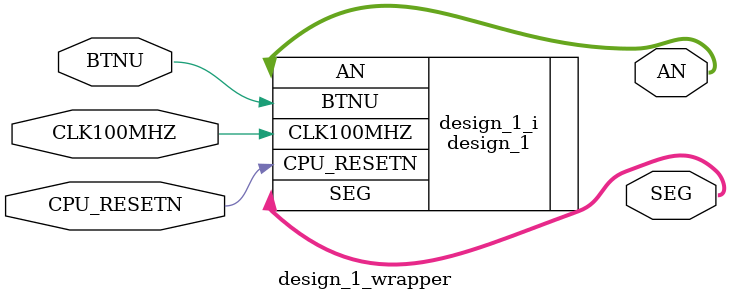
<source format=v>
`timescale 1 ps / 1 ps

module design_1_wrapper
   (AN,
    BTNU,
    CLK100MHZ,
    CPU_RESETN,
    SEG);
  output [7:0]AN;
  input BTNU;
  input CLK100MHZ;
  input CPU_RESETN;
  output [7:0]SEG;

  wire [7:0]AN;
  wire BTNU;
  wire CLK100MHZ;
  wire CPU_RESETN;
  wire [7:0]SEG;

  design_1 design_1_i
       (.AN(AN),
        .BTNU(BTNU),
        .CLK100MHZ(CLK100MHZ),
        .CPU_RESETN(CPU_RESETN),
        .SEG(SEG));
endmodule

</source>
